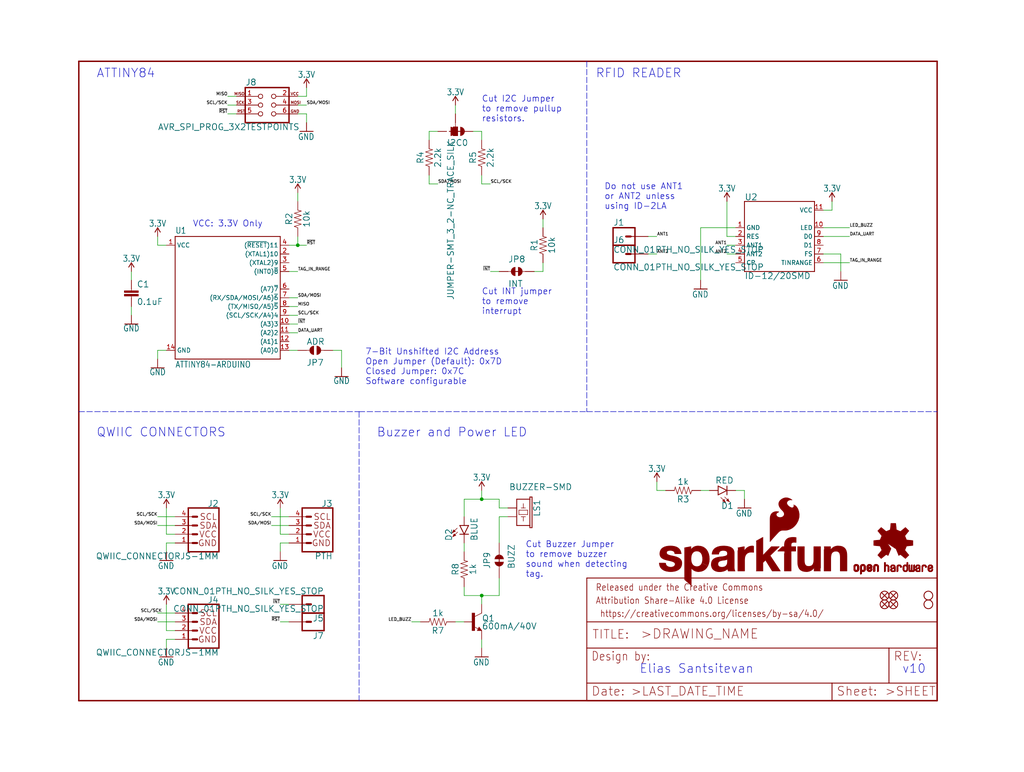
<source format=kicad_sch>
(kicad_sch (version 20211123) (generator eeschema)
  (paper "User" 297.002 223.926)
  (lib_symbols
    (symbol "schematicEagle-eagle-import:0.1UF-0603-25V-(+80{slash}-20%)"
      (property "Reference" "C" (at 1.524 2.921 0))
      (property "Value" "0.1UF-0603-25V-(+80{slash}-20%)" (at 1.524 -2.159 0))
      (symbol "0.1UF-0603-25V-(+80{slash}-20%)_1_0"
        (pin passive line (at 0 5.08 270) (length 2.54) (name "1") (number "1"))
        (pin passive line (at 0 -2.54 90) (length 2.54) (name "2") (number "2"))
      )
    )
    (symbol "schematicEagle-eagle-import:10KOHM-0603-1{slash}10W-1%"
      (property "Reference" "R" (at 0 1.524 0))
      (property "Value" "10KOHM-0603-1{slash}10W-1%" (at 0 -1.524 0))
      (symbol "10KOHM-0603-1{slash}10W-1%_1_0"
        (pin passive line (at -5.08 0 0) (length 2.54) (name "1") (number "1"))
        (pin passive line (at 5.08 0 180) (length 2.54) (name "2") (number "2"))
      )
    )
    (symbol "schematicEagle-eagle-import:1KOHM-0603-1{slash}10W-1%"
      (property "Reference" "R" (at 0 1.524 0))
      (property "Value" "1KOHM-0603-1{slash}10W-1%" (at 0 -1.524 0))
      (symbol "1KOHM-0603-1{slash}10W-1%_1_0"
        (pin passive line (at -5.08 0 0) (length 2.54) (name "1") (number "1"))
        (pin passive line (at 5.08 0 180) (length 2.54) (name "2") (number "2"))
      )
    )
    (symbol "schematicEagle-eagle-import:2.2KOHM-0603-1{slash}10W-1%"
      (property "Reference" "R" (at 0 1.524 0))
      (property "Value" "2.2KOHM-0603-1{slash}10W-1%" (at 0 -1.524 0))
      (symbol "2.2KOHM-0603-1{slash}10W-1%_1_0"
        (pin passive line (at -5.08 0 0) (length 2.54) (name "1") (number "1"))
        (pin passive line (at 5.08 0 180) (length 2.54) (name "2") (number "2"))
      )
    )
    (symbol "schematicEagle-eagle-import:3.3V" (power)
      (property "Value" "3.3V" (at 0 2.794 0))
      (symbol "3.3V_1_0"
        (pin power_in line (at 0 0 90) (length 2.54) (name "3.3V") (number "1"))
      )
    )
    (symbol "schematicEagle-eagle-import:ATTINY84-ARDUINO"
      (property "Reference" "U" (at -15.24 18.542 0))
      (property "Value" "ATTINY84-ARDUINO" (at -15.24 -20.32 0))
      (symbol "ATTINY84-ARDUINO_1_0"
        (pin bidirectional line (at -17.78 15.24 0) (length 2.54) (name "VCC") (number "1"))
        (pin bidirectional line (at 17.78 -7.62 180) (length 2.54) (name "(A3)3") (number "10"))
        (pin bidirectional line (at 17.78 -10.16 180) (length 2.54) (name "(A2)2") (number "11"))
        (pin bidirectional line (at 17.78 -12.7 180) (length 2.54) (name "(A1)1") (number "12"))
        (pin bidirectional line (at 17.78 -15.24 180) (length 2.54) (name "(A0)0") (number "13"))
        (pin bidirectional line (at -17.78 -15.24 0) (length 2.54) (name "GND") (number "14"))
        (pin bidirectional line (at 17.78 12.7 180) (length 2.54) (name "(XTAL1)10") (number "2"))
        (pin bidirectional line (at 17.78 10.16 180) (length 2.54) (name "(XTAL2)9") (number "3"))
        (pin bidirectional line (at 17.78 15.24 180) (length 2.54) (name "(~{RESET})11") (number "4"))
        (pin bidirectional line (at 17.78 7.62 180) (length 2.54) (name "(INT0)~{8}") (number "5"))
        (pin bidirectional line (at 17.78 2.54 180) (length 2.54) (name "(A7)~{7}") (number "6"))
        (pin bidirectional line (at 17.78 0 180) (length 2.54) (name "(RX/SDA/MOSI/A6)~{6}") (number "7"))
        (pin bidirectional line (at 17.78 -2.54 180) (length 2.54) (name "(TX/MISO/A5)~{5}") (number "8"))
        (pin bidirectional line (at 17.78 -5.08 180) (length 2.54) (name "(SCL/SCK/A4)4") (number "9"))
      )
    )
    (symbol "schematicEagle-eagle-import:AVR_SPI_PROG_3X2TESTPOINTS"
      (property "Reference" "J" (at -5.08 5.588 0))
      (property "Value" "AVR_SPI_PROG_3X2TESTPOINTS" (at -5.08 -7.366 0))
      (symbol "AVR_SPI_PROG_3X2TESTPOINTS_1_0"
        (text "GND" (at 8.001 -2.286 0) (effects (font (size 0.8128 0.8128)) (justify left bottom)))
        (text "MISO" (at -5.207 2.794 0) (effects (font (size 0.8128 0.8128)) (justify right bottom)))
        (text "MOSI" (at 8.001 0.254 0) (effects (font (size 0.8128 0.8128)) (justify left bottom)))
        (text "RST" (at -5.08 -2.286 0) (effects (font (size 0.8128 0.8128)) (justify right bottom)))
        (text "SCK" (at -5.207 0.254 0) (effects (font (size 0.8128 0.8128)) (justify right bottom)))
        (text "VCC" (at 8.001 2.794 0) (effects (font (size 0.8128 0.8128)) (justify left bottom)))
        (pin passive inverted (at -7.62 2.54 0) (length 7.62) (name "1") (number "1"))
        (pin passive inverted (at 10.16 2.54 180) (length 7.62) (name "2") (number "2"))
        (pin passive inverted (at -7.62 0 0) (length 7.62) (name "3") (number "3"))
        (pin passive inverted (at 10.16 0 180) (length 7.62) (name "4") (number "4"))
        (pin passive inverted (at -7.62 -2.54 0) (length 7.62) (name "5") (number "5"))
        (pin passive inverted (at 10.16 -2.54 180) (length 7.62) (name "6") (number "6"))
      )
    )
    (symbol "schematicEagle-eagle-import:BUZZER-SMD"
      (property "Reference" "LS" (at -2.54 4.826 0))
      (property "Value" "BUZZER-SMD" (at 5.334 0 0))
      (symbol "BUZZER-SMD_1_0"
        (pin passive line (at 0 -2.54 90) (length 2.54) (name "1") (number "+"))
        (pin passive line (at 2.54 -2.54 90) (length 2.54) (name "2") (number "-"))
      )
    )
    (symbol "schematicEagle-eagle-import:CONN_01PTH_NO_SILK_YES_STOP"
      (property "Reference" "J" (at -2.54 3.048 0))
      (property "Value" "CONN_01PTH_NO_SILK_YES_STOP" (at -2.54 -4.826 0))
      (symbol "CONN_01PTH_NO_SILK_YES_STOP_1_0"
        (pin passive line (at 7.62 0 180) (length 5.08) (name "1") (number "1"))
      )
    )
    (symbol "schematicEagle-eagle-import:FIDUCIALUFIDUCIAL")
    (symbol "schematicEagle-eagle-import:FRAME-LETTER"
      (symbol "FRAME-LETTER_2_0"
        (text " https://creativecommons.org/licenses/by-sa/4.0/" (at 2.54 24.13 0) (effects (font (size 1.9304 1.6408)) (justify left bottom)))
        (text ">DRAWING_NAME" (at 15.494 17.78 0) (effects (font (size 2.7432 2.7432)) (justify left bottom)))
        (text ">LAST_DATE_TIME" (at 12.7 1.27 0) (effects (font (size 2.54 2.54)) (justify left bottom)))
        (text ">SHEET" (at 86.36 1.27 0) (effects (font (size 2.54 2.54)) (justify left bottom)))
        (text "Attribution Share-Alike 4.0 License" (at 2.54 27.94 0) (effects (font (size 1.9304 1.6408)) (justify left bottom)))
        (text "Date:" (at 1.27 1.27 0) (effects (font (size 2.54 2.54)) (justify left bottom)))
        (text "Design by:" (at 1.27 11.43 0) (effects (font (size 2.54 2.159)) (justify left bottom)))
        (text "Released under the Creative Commons" (at 2.54 31.75 0) (effects (font (size 1.9304 1.6408)) (justify left bottom)))
        (text "REV:" (at 88.9 11.43 0) (effects (font (size 2.54 2.54)) (justify left bottom)))
        (text "Sheet:" (at 72.39 1.27 0) (effects (font (size 2.54 2.54)) (justify left bottom)))
        (text "TITLE:" (at 1.524 17.78 0) (effects (font (size 2.54 2.54)) (justify left bottom)))
      )
    )
    (symbol "schematicEagle-eagle-import:GND" (power)
      (property "Value" "GND" (at 0 -0.254 0))
      (symbol "GND_1_0"
        (pin power_in line (at 0 2.54 270) (length 2.54) (name "GND") (number "1"))
      )
    )
    (symbol "schematicEagle-eagle-import:I2C_STANDARD_NO_SILK"
      (property "Reference" "J" (at -5.08 7.874 0))
      (property "Value" "I2C_STANDARD_NO_SILK" (at -5.08 -5.334 0))
      (symbol "I2C_STANDARD_NO_SILK_1_0"
        (text "GND" (at -4.572 -2.54 0) (effects (font (size 1.778 1.778)) (justify left)))
        (text "SCL" (at -4.572 5.08 0) (effects (font (size 1.778 1.778)) (justify left)))
        (text "SDA" (at -4.572 2.54 0) (effects (font (size 1.778 1.778)) (justify left)))
        (text "VCC" (at -4.572 0 0) (effects (font (size 1.778 1.778)) (justify left)))
        (pin power_in line (at 7.62 -2.54 180) (length 5.08) (name "GND") (number "1"))
        (pin power_in line (at 7.62 0 180) (length 5.08) (name "VCC") (number "2"))
        (pin passive line (at 7.62 2.54 180) (length 5.08) (name "SDA") (number "3"))
        (pin passive line (at 7.62 5.08 180) (length 5.08) (name "SCL") (number "4"))
      )
    )
    (symbol "schematicEagle-eagle-import:ID-12{slash}20SMD"
      (property "Reference" "U" (at -10.16 10.414 0))
      (property "Value" "ID-12{slash}20SMD" (at -10.16 -10.414 0))
      (symbol "ID-12{slash}20SMD_1_0"
        (pin bidirectional line (at -12.7 2.54 0) (length 2.54) (name "GND") (number "1"))
        (pin bidirectional line (at 12.7 2.54 180) (length 2.54) (name "LED") (number "10"))
        (pin bidirectional line (at 12.7 7.62 180) (length 2.54) (name "VCC") (number "11"))
        (pin bidirectional line (at -12.7 0 0) (length 2.54) (name "RES") (number "2"))
        (pin bidirectional line (at -12.7 -2.54 0) (length 2.54) (name "ANT1") (number "3"))
        (pin bidirectional line (at -12.7 -5.08 0) (length 2.54) (name "ANT2") (number "4"))
        (pin bidirectional line (at -12.7 -7.62 0) (length 2.54) (name "CP") (number "5"))
        (pin bidirectional line (at 12.7 -7.62 180) (length 2.54) (name "TINRANGE") (number "6"))
        (pin bidirectional line (at 12.7 -5.08 180) (length 2.54) (name "FS") (number "7"))
        (pin bidirectional line (at 12.7 -2.54 180) (length 2.54) (name "D1") (number "8"))
        (pin bidirectional line (at 12.7 0 180) (length 2.54) (name "D0") (number "9"))
      )
    )
    (symbol "schematicEagle-eagle-import:JUMPER-SMT_2_NC_TRACE_SILK"
      (property "Reference" "JP" (at -2.54 2.54 0))
      (property "Value" "JUMPER-SMT_2_NC_TRACE_SILK" (at -2.54 -2.54 0))
      (symbol "JUMPER-SMT_2_NC_TRACE_SILK_1_0"
        (pin passive line (at -5.08 0 0) (length 2.54) (name "1") (number "1"))
        (pin passive line (at 5.08 0 180) (length 2.54) (name "2") (number "2"))
      )
    )
    (symbol "schematicEagle-eagle-import:JUMPER-SMT_2_NO_SILK"
      (property "Reference" "JP" (at -2.54 2.54 0))
      (property "Value" "JUMPER-SMT_2_NO_SILK" (at -2.54 -2.54 0))
      (symbol "JUMPER-SMT_2_NO_SILK_1_0"
        (pin passive line (at -5.08 0 0) (length 2.54) (name "1") (number "1"))
        (pin passive line (at 5.08 0 180) (length 2.54) (name "2") (number "2"))
      )
    )
    (symbol "schematicEagle-eagle-import:JUMPER-SMT_3_2-NC_TRACE_SILK"
      (property "Reference" "JP" (at 2.54 0.381 0))
      (property "Value" "JUMPER-SMT_3_2-NC_TRACE_SILK" (at 2.54 -0.381 0))
      (symbol "JUMPER-SMT_3_2-NC_TRACE_SILK_1_0"
        (pin passive line (at 0 5.08 270) (length 2.54) (name "1") (number "1"))
        (pin passive line (at -5.08 0 0) (length 2.54) (name "2") (number "2"))
        (pin passive line (at 0 -5.08 90) (length 2.54) (name "3") (number "3"))
      )
    )
    (symbol "schematicEagle-eagle-import:LED-BLUE0603"
      (property "Reference" "D" (at -3.429 -4.572 90))
      (property "Value" "LED-BLUE0603" (at 1.905 -4.572 90))
      (symbol "LED-BLUE0603_1_0"
        (pin passive line (at 0 2.54 270) (length 2.54) (name "A") (number "A"))
        (pin passive line (at 0 -5.08 90) (length 2.54) (name "C") (number "C"))
      )
    )
    (symbol "schematicEagle-eagle-import:LED-RED0603"
      (property "Reference" "D" (at -3.429 -4.572 90))
      (property "Value" "LED-RED0603" (at 1.905 -4.572 90))
      (symbol "LED-RED0603_1_0"
        (pin passive line (at 0 2.54 270) (length 2.54) (name "A") (number "A"))
        (pin passive line (at 0 -5.08 90) (length 2.54) (name "C") (number "C"))
      )
    )
    (symbol "schematicEagle-eagle-import:OSHW-LOGOMINI")
    (symbol "schematicEagle-eagle-import:QWIIC_CONNECTORJS-1MM"
      (property "Reference" "J" (at -5.08 7.874 0))
      (property "Value" "QWIIC_CONNECTORJS-1MM" (at -5.08 -5.334 0))
      (symbol "QWIIC_CONNECTORJS-1MM_1_0"
        (text "GND" (at -4.572 -2.54 0) (effects (font (size 1.778 1.778)) (justify left)))
        (text "SCL" (at -4.572 5.08 0) (effects (font (size 1.778 1.778)) (justify left)))
        (text "SDA" (at -4.572 2.54 0) (effects (font (size 1.778 1.778)) (justify left)))
        (text "VCC" (at -4.572 0 0) (effects (font (size 1.778 1.778)) (justify left)))
        (pin power_in line (at 7.62 -2.54 180) (length 5.08) (name "1") (number "1"))
        (pin power_in line (at 7.62 0 180) (length 5.08) (name "2") (number "2"))
        (pin passive line (at 7.62 2.54 180) (length 5.08) (name "3") (number "3"))
        (pin passive line (at 7.62 5.08 180) (length 5.08) (name "4") (number "4"))
      )
    )
    (symbol "schematicEagle-eagle-import:SFE_LOGO_NAME_FLAME.1_INCH")
    (symbol "schematicEagle-eagle-import:STAND-OFF")
    (symbol "schematicEagle-eagle-import:TRANS_NPN-MMBT2222AL"
      (property "Reference" "Q" (at 2.54 0 0))
      (property "Value" "TRANS_NPN-MMBT2222AL" (at 2.54 -2.286 0))
      (symbol "TRANS_NPN-MMBT2222AL_1_0"
        (pin passive line (at -2.54 0 0) (length 2.54) (name "B") (number "1"))
        (pin passive line (at 2.54 -5.08 90) (length 2.54) (name "E") (number "2"))
        (pin passive line (at 2.54 5.08 270) (length 2.54) (name "C") (number "3"))
      )
    )
  )
  (junction (at 86.36 71.12))
  (junction (at 139.7 172.72))
  (junction (at 139.7 144.78))
  (wire (pts (xy 50.8 157.48) (xy 48.26 157.48)))
  (wire (pts (xy 139.7 53.34) (xy 139.7 50.8)))
  (wire (pts (xy 88.9 71.12) (xy 86.36 71.12)))
  (wire (pts (xy 134.62 170.18) (xy 134.62 172.72)))
  (wire (pts (xy 86.36 30.48) (xy 88.9 30.48)))
  (wire (pts (xy 83.82 93.98) (xy 86.36 93.98)))
  (polyline (pts (xy 104.14 119.38) (xy 104.14 203.2)))
  (wire (pts (xy 86.36 27.94) (xy 88.9 27.94)))
  (wire (pts (xy 144.78 78.74) (xy 142.24 78.74)))
  (wire (pts (xy 243.84 73.66) (xy 243.84 78.74)))
  (polyline (pts (xy 104.14 119.38) (xy 170.18 119.38)))
  (wire (pts (xy 86.36 71.12) (xy 83.82 71.12)))
  (wire (pts (xy 38.1 78.74) (xy 38.1 81.28)))
  (wire (pts (xy 213.36 68.58) (xy 210.82 68.58)))
  (wire (pts (xy 215.9 142.24) (xy 215.9 144.78)))
  (wire (pts (xy 139.7 53.34) (xy 142.24 53.34)))
  (wire (pts (xy 203.2 66.04) (xy 203.2 81.28)))
  (wire (pts (xy 86.36 58.42) (xy 86.36 55.88)))
  (wire (pts (xy 134.62 157.48) (xy 134.62 160.02)))
  (wire (pts (xy 48.26 157.48) (xy 48.26 160.02)))
  (wire (pts (xy 154.94 78.74) (xy 157.48 78.74)))
  (wire (pts (xy 213.36 142.24) (xy 215.9 142.24)))
  (wire (pts (xy 139.7 172.72) (xy 144.78 172.72)))
  (wire (pts (xy 48.26 185.42) (xy 48.26 187.96)))
  (wire (pts (xy 187.96 68.58) (xy 190.5 68.58)))
  (wire (pts (xy 83.82 96.52) (xy 86.36 96.52)))
  (wire (pts (xy 121.92 180.34) (xy 119.38 180.34)))
  (wire (pts (xy 238.76 60.96) (xy 241.3 60.96)))
  (wire (pts (xy 48.26 71.12) (xy 45.72 71.12)))
  (wire (pts (xy 50.8 182.88) (xy 48.26 182.88)))
  (wire (pts (xy 88.9 27.94) (xy 88.9 25.4)))
  (wire (pts (xy 48.26 182.88) (xy 48.26 175.26)))
  (wire (pts (xy 68.58 30.48) (xy 66.04 30.48)))
  (wire (pts (xy 88.9 33.02) (xy 88.9 35.56)))
  (wire (pts (xy 86.36 68.58) (xy 86.36 71.12)))
  (wire (pts (xy 81.28 180.34) (xy 83.82 180.34)))
  (wire (pts (xy 81.28 154.94) (xy 81.28 147.32)))
  (wire (pts (xy 83.82 78.74) (xy 86.36 78.74)))
  (wire (pts (xy 144.78 157.48) (xy 144.78 149.86)))
  (wire (pts (xy 99.06 101.6) (xy 99.06 106.68)))
  (wire (pts (xy 213.36 71.12) (xy 210.82 71.12)))
  (wire (pts (xy 213.36 66.04) (xy 203.2 66.04)))
  (wire (pts (xy 132.08 30.48) (xy 132.08 33.02)))
  (wire (pts (xy 193.04 142.24) (xy 190.5 142.24)))
  (wire (pts (xy 50.8 180.34) (xy 45.72 180.34)))
  (wire (pts (xy 83.82 88.9) (xy 86.36 88.9)))
  (wire (pts (xy 45.72 71.12) (xy 45.72 68.58)))
  (wire (pts (xy 205.74 142.24) (xy 203.2 142.24)))
  (wire (pts (xy 238.76 76.2) (xy 246.38 76.2)))
  (wire (pts (xy 139.7 187.96) (xy 139.7 185.42)))
  (wire (pts (xy 38.1 91.44) (xy 38.1 88.9)))
  (wire (pts (xy 144.78 147.32) (xy 144.78 144.78)))
  (wire (pts (xy 124.46 38.1) (xy 127 38.1)))
  (wire (pts (xy 48.26 154.94) (xy 48.26 147.32)))
  (wire (pts (xy 50.8 152.4) (xy 45.72 152.4)))
  (wire (pts (xy 139.7 144.78) (xy 134.62 144.78)))
  (wire (pts (xy 50.8 177.8) (xy 45.72 177.8)))
  (wire (pts (xy 83.82 175.26) (xy 81.28 175.26)))
  (wire (pts (xy 86.36 33.02) (xy 88.9 33.02)))
  (wire (pts (xy 238.76 73.66) (xy 243.84 73.66)))
  (wire (pts (xy 68.58 33.02) (xy 66.04 33.02)))
  (wire (pts (xy 134.62 172.72) (xy 139.7 172.72)))
  (wire (pts (xy 134.62 144.78) (xy 134.62 149.86)))
  (wire (pts (xy 50.8 154.94) (xy 48.26 154.94)))
  (wire (pts (xy 238.76 66.04) (xy 246.38 66.04)))
  (wire (pts (xy 144.78 172.72) (xy 144.78 167.64)))
  (wire (pts (xy 83.82 86.36) (xy 86.36 86.36)))
  (wire (pts (xy 83.82 101.6) (xy 86.36 101.6)))
  (polyline (pts (xy 170.18 119.38) (xy 271.78 119.38)))
  (wire (pts (xy 144.78 144.78) (xy 139.7 144.78)))
  (polyline (pts (xy 170.18 17.78) (xy 170.18 119.38)))
  (wire (pts (xy 210.82 68.58) (xy 210.82 58.42)))
  (wire (pts (xy 45.72 101.6) (xy 45.72 104.14)))
  (wire (pts (xy 238.76 68.58) (xy 246.38 68.58)))
  (polyline (pts (xy 22.86 119.38) (xy 104.14 119.38)))
  (wire (pts (xy 50.8 185.42) (xy 48.26 185.42)))
  (wire (pts (xy 124.46 40.64) (xy 124.46 38.1)))
  (wire (pts (xy 144.78 149.86) (xy 147.32 149.86)))
  (wire (pts (xy 68.58 27.94) (xy 66.04 27.94)))
  (wire (pts (xy 139.7 40.64) (xy 139.7 38.1)))
  (wire (pts (xy 83.82 91.44) (xy 86.36 91.44)))
  (wire (pts (xy 83.82 149.86) (xy 78.74 149.86)))
  (wire (pts (xy 48.26 101.6) (xy 45.72 101.6)))
  (wire (pts (xy 132.08 180.34) (xy 134.62 180.34)))
  (wire (pts (xy 213.36 73.66) (xy 210.82 73.66)))
  (wire (pts (xy 187.96 73.66) (xy 190.5 73.66)))
  (wire (pts (xy 139.7 175.26) (xy 139.7 172.72)))
  (wire (pts (xy 190.5 142.24) (xy 190.5 139.7)))
  (wire (pts (xy 96.52 101.6) (xy 99.06 101.6)))
  (wire (pts (xy 147.32 147.32) (xy 144.78 147.32)))
  (wire (pts (xy 124.46 53.34) (xy 127 53.34)))
  (wire (pts (xy 157.48 78.74) (xy 157.48 76.2)))
  (wire (pts (xy 50.8 149.86) (xy 45.72 149.86)))
  (wire (pts (xy 157.48 66.04) (xy 157.48 63.5)))
  (wire (pts (xy 81.28 157.48) (xy 81.28 160.02)))
  (wire (pts (xy 83.82 154.94) (xy 81.28 154.94)))
  (wire (pts (xy 139.7 142.24) (xy 139.7 144.78)))
  (wire (pts (xy 83.82 157.48) (xy 81.28 157.48)))
  (wire (pts (xy 139.7 38.1) (xy 137.16 38.1)))
  (wire (pts (xy 241.3 60.96) (xy 241.3 58.42)))
  (wire (pts (xy 83.82 152.4) (xy 78.74 152.4)))
  (wire (pts (xy 124.46 53.34) (xy 124.46 50.8)))
  (text "Do not use ANT1\nor ANT2 unless\nusing ID-2LA" (at 175.26 60.96 180) (effects (font (size 1.778 1.778)) (justify left bottom)))
  (text "Cut Buzzer Jumper\nto remove buzzer\nsound when detecting\ntag." (at 152.4 167.64 0) (effects (font (size 1.778 1.778)) (justify left bottom)))
  (text "QWIIC CONNECTORS" (at 27.94 127 180) (effects (font (size 2.54 2.54)) (justify left bottom)))
  (text "7-Bit Unshifted I2C Address\nOpen Jumper (Default): 0x7D\nClosed Jumper: 0x7C\nSoftware configurable" (at 105.918 111.76 0) (effects (font (size 1.778 1.778)) (justify left bottom)))
  (text "v10" (at 261.62 195.58 180) (effects (font (size 2.54 2.54)) (justify left bottom)))
  (text "Cut INT jumper\nto remove\ninterrupt" (at 139.7 91.44 180) (effects (font (size 1.778 1.778)) (justify left bottom)))
  (text "Buzzer and Power LED" (at 109.22 127 180) (effects (font (size 2.54 2.54)) (justify left bottom)))
  (text "Elias Santsitevan" (at 185.42 195.58 180) (effects (font (size 2.54 2.54)) (justify left bottom)))
  (text "ATTINY84" (at 27.94 22.86 180) (effects (font (size 2.54 2.54)) (justify left bottom)))
  (text "Cut I2C Jumper\nto remove pullup\nresistors." (at 139.7 35.56 180) (effects (font (size 1.778 1.778)) (justify left bottom)))
  (text "VCC: 3.3V Only" (at 55.88 66.04 180) (effects (font (size 1.778 1.778)) (justify left bottom)))
  (text "RFID READER" (at 172.72 22.86 180) (effects (font (size 2.54 2.54)) (justify left bottom)))
  (label "SDA/MOSI" (at 127 53.34 0) (effects (font (size 0.889 0.889))))
  (label "ANT2" (at 210.82 73.66 180) (effects (font (size 0.889 0.889))))
  (label "SCL/SCK" (at 142.24 53.34 0) (effects (font (size 0.889 0.889))))
  (label "MISO" (at 66.04 27.94 180) (effects (font (size 0.889 0.889))))
  (label "SDA/MOSI" (at 78.74 152.4 180) (effects (font (size 0.889 0.889))))
  (label "SCL/SCK" (at 78.74 149.86 180) (effects (font (size 0.889 0.889))))
  (label "LED_BUZZ" (at 119.38 180.34 180) (effects (font (size 0.889 0.889))))
  (label "SDA/MOSI" (at 45.72 152.4 180) (effects (font (size 0.889 0.889))))
  (label "TAG_IN_RANGE" (at 86.36 78.74 0) (effects (font (size 0.889 0.889))))
  (label "ANT2" (at 190.5 73.66 0) (effects (font (size 0.889 0.889))))
  (label "MISO" (at 86.36 88.9 0) (effects (font (size 0.889 0.889))))
  (label "~{INT}" (at 81.28 175.26 180) (effects (font (size 0.889 0.889))))
  (label "~{RST}" (at 88.9 71.12 0) (effects (font (size 0.889 0.889))))
  (label "SCL/SCK" (at 45.72 149.86 180) (effects (font (size 0.889 0.889))))
  (label "SDA/MOSI" (at 88.9 30.48 0) (effects (font (size 0.889 0.889))))
  (label "SCL/SCK" (at 46.99 177.8 180) (effects (font (size 0.889 0.889))))
  (label "~{RST}" (at 81.28 180.34 180) (effects (font (size 0.889 0.889))))
  (label "SDA/MOSI" (at 45.72 180.34 180) (effects (font (size 0.889 0.889))))
  (label "~{RST}" (at 66.04 33.02 180) (effects (font (size 0.889 0.889))))
  (label "TAG_IN_RANGE" (at 246.38 76.2 0) (effects (font (size 0.889 0.889))))
  (label "~{INT}" (at 86.36 93.98 0) (effects (font (size 0.889 0.889))))
  (label "DATA_UART" (at 246.38 68.58 0) (effects (font (size 0.889 0.889))))
  (label "SCL/SCK" (at 86.36 91.44 0) (effects (font (size 0.889 0.889))))
  (label "SDA/MOSI" (at 86.36 86.36 0) (effects (font (size 0.889 0.889))))
  (label "SCL/SCK" (at 66.04 30.48 180) (effects (font (size 0.889 0.889))))
  (label "ANT1" (at 190.5 68.58 0) (effects (font (size 0.889 0.889))))
  (label "ANT1" (at 210.82 71.12 180) (effects (font (size 0.889 0.889))))
  (label "LED_BUZZ" (at 246.38 66.04 0) (effects (font (size 0.889 0.889))))
  (label "DATA_UART" (at 86.36 96.52 0) (effects (font (size 0.889 0.889))))
  (label "~{INT}" (at 142.24 78.74 180) (effects (font (size 0.889 0.889))))
  (symbol (lib_id "schematicEagle-eagle-import:FIDUCIALUFIDUCIAL") (at 259.08 172.72 0) (unit 1)
    (property "Reference" "JP6" (effects hide))
    (property "Value" "FIDUCIALUFIDUCIAL" (effects hide))
    (property "Footprint" "schematicEagle:MICRO-FIDUCIAL" (effects hide))
  )
  (symbol (lib_id "schematicEagle-eagle-import:3.3V") (at 210.82 58.42 0) (unit 1)
    (property "Reference" "#SUPPLY11" (effects hide))
    (property "Value" "3.3V" (at 210.82 55.626 0) (effects (font (size 1.778 1.5113)) (justify bottom)))
    (property "Footprint" "schematicEagle:" (effects hide))
  )
  (symbol (lib_id "schematicEagle-eagle-import:3.3V") (at 38.1 78.74 0) (unit 1)
    (property "Reference" "#SUPPLY13" (effects hide))
    (property "Value" "3.3V" (at 38.1 75.946 0) (effects (font (size 1.778 1.5113)) (justify bottom)))
    (property "Footprint" "schematicEagle:" (effects hide))
  )
  (symbol (lib_id "schematicEagle-eagle-import:3.3V") (at 48.26 175.26 0) (unit 1)
    (property "Reference" "#SUPPLY8" (effects hide))
    (property "Value" "3.3V" (at 48.26 172.466 0) (effects (font (size 1.778 1.5113)) (justify bottom)))
    (property "Footprint" "schematicEagle:" (effects hide))
  )
  (symbol (lib_id "schematicEagle-eagle-import:JUMPER-SMT_2_NC_TRACE_SILK") (at 149.86 78.74 0) (unit 1)
    (property "Reference" "JP8" (at 147.32 76.2 0) (effects (font (size 1.778 1.778)) (justify left bottom)))
    (property "Value" "INT" (at 147.32 81.28 0) (effects (font (size 1.778 1.778)) (justify left top)))
    (property "Footprint" "schematicEagle:SMT-JUMPER_2_NC_TRACE_SILK" (effects hide))
  )
  (symbol (lib_id "schematicEagle-eagle-import:3.3V") (at 48.26 147.32 0) (unit 1)
    (property "Reference" "#SUPPLY4" (effects hide))
    (property "Value" "3.3V" (at 48.26 144.526 0) (effects (font (size 1.778 1.5113)) (justify bottom)))
    (property "Footprint" "schematicEagle:" (effects hide))
  )
  (symbol (lib_id "schematicEagle-eagle-import:AVR_SPI_PROG_3X2TESTPOINTS") (at 76.2 30.48 0) (unit 1)
    (property "Reference" "J8" (at 71.12 24.892 0) (effects (font (size 1.778 1.778)) (justify left bottom)))
    (property "Value" "AVR_SPI_PROG_3X2TESTPOINTS" (at 45.72 37.846 0) (effects (font (size 1.778 1.778)) (justify left bottom)))
    (property "Footprint" "schematicEagle:2X3_TEST_POINTS" (effects hide))
  )
  (symbol (lib_id "schematicEagle-eagle-import:3.3V") (at 86.36 55.88 0) (unit 1)
    (property "Reference" "#SUPPLY3" (effects hide))
    (property "Value" "3.3V" (at 86.36 53.086 0) (effects (font (size 1.778 1.5113)) (justify bottom)))
    (property "Footprint" "schematicEagle:" (effects hide))
  )
  (symbol (lib_id "schematicEagle-eagle-import:GND") (at 243.84 81.28 0) (unit 1)
    (property "Reference" "#GND10" (effects hide))
    (property "Value" "GND" (at 241.3 83.82 0) (effects (font (size 1.778 1.5113)) (justify left bottom)))
    (property "Footprint" "schematicEagle:" (effects hide))
  )
  (symbol (lib_id "schematicEagle-eagle-import:OSHW-LOGOMINI") (at 259.08 157.48 0) (unit 1)
    (property "Reference" "LOGO1" (effects hide))
    (property "Value" "OSHW-LOGOMINI" (effects hide))
    (property "Footprint" "schematicEagle:OSHW-LOGO-MINI" (effects hide))
  )
  (symbol (lib_id "schematicEagle-eagle-import:FRAME-LETTER") (at 170.18 203.2 0) (unit 2)
    (property "Reference" "FRAME1" (effects hide))
    (property "Value" "FRAME-LETTER" (effects hide))
    (property "Footprint" "schematicEagle:CREATIVE_COMMONS" (effects hide))
  )
  (symbol (lib_id "schematicEagle-eagle-import:LED-BLUE0603") (at 134.62 152.4 0) (unit 1)
    (property "Reference" "D2" (at 131.191 156.972 90) (effects (font (size 1.778 1.778)) (justify left bottom)))
    (property "Value" "BLUE" (at 136.525 156.972 90) (effects (font (size 1.778 1.778)) (justify left top)))
    (property "Footprint" "schematicEagle:LED-0603" (effects hide))
  )
  (symbol (lib_id "schematicEagle-eagle-import:STAND-OFF") (at 269.24 175.26 0) (unit 1)
    (property "Reference" "JP4" (effects hide))
    (property "Value" "STAND-OFF" (effects hide))
    (property "Footprint" "schematicEagle:STAND-OFF" (effects hide))
  )
  (symbol (lib_id "schematicEagle-eagle-import:QWIIC_CONNECTORJS-1MM") (at 58.42 154.94 0) (mirror y) (unit 1)
    (property "Reference" "J2" (at 63.5 147.066 0) (effects (font (size 1.778 1.778)) (justify left bottom)))
    (property "Value" "QWIIC_CONNECTORJS-1MM" (at 63.5 160.274 0) (effects (font (size 1.778 1.778)) (justify left top)))
    (property "Footprint" "schematicEagle:1X04_1MM_RA" (effects hide))
  )
  (symbol (lib_id "schematicEagle-eagle-import:3.3V") (at 190.5 139.7 0) (unit 1)
    (property "Reference" "#SUPPLY10" (effects hide))
    (property "Value" "3.3V" (at 190.5 136.906 0) (effects (font (size 1.778 1.5113)) (justify bottom)))
    (property "Footprint" "schematicEagle:" (effects hide))
  )
  (symbol (lib_id "schematicEagle-eagle-import:GND") (at 38.1 93.98 0) (unit 1)
    (property "Reference" "#GND11" (effects hide))
    (property "Value" "GND" (at 38.1 94.234 0) (effects (font (size 1.778 1.5113)) (justify top)))
    (property "Footprint" "schematicEagle:" (effects hide))
  )
  (symbol (lib_id "schematicEagle-eagle-import:I2C_STANDARD_NO_SILK") (at 91.44 154.94 0) (mirror y) (unit 1)
    (property "Reference" "J3" (at 96.52 147.066 0) (effects (font (size 1.778 1.778)) (justify left bottom)))
    (property "Value" "PTH" (at 96.52 160.274 0) (effects (font (size 1.778 1.778)) (justify left top)))
    (property "Footprint" "schematicEagle:1X04_NO_SILK" (effects hide))
  )
  (symbol (lib_id "schematicEagle-eagle-import:10KOHM-0603-1{slash}10W-1%") (at 157.48 71.12 90) (unit 1)
    (property "Reference" "R1" (at 155.956 71.12 0) (effects (font (size 1.778 1.778)) (justify bottom)))
    (property "Value" "10k" (at 159.004 71.12 0) (effects (font (size 1.778 1.778)) (justify top)))
    (property "Footprint" "schematicEagle:0603" (effects hide))
  )
  (symbol (lib_id "schematicEagle-eagle-import:JUMPER-SMT_3_2-NC_TRACE_SILK") (at 132.08 38.1 270) (unit 1)
    (property "Reference" "I2C0" (at 129.54 42.418 90) (effects (font (size 1.778 1.778)) (justify left bottom)))
    (property "Value" "JUMPER-SMT_3_2-NC_TRACE_SILK" (at 131.699 40.64 0) (effects (font (size 1.778 1.778)) (justify left top)))
    (property "Footprint" "schematicEagle:SMT-JUMPER_3_2-NC_TRACE_SILK" (effects hide))
  )
  (symbol (lib_id "schematicEagle-eagle-import:FRAME-LETTER") (at 22.86 203.2 0) (unit 1)
    (property "Reference" "FRAME1" (effects hide))
    (property "Value" "FRAME-LETTER" (effects hide))
    (property "Footprint" "schematicEagle:CREATIVE_COMMONS" (effects hide))
  )
  (symbol (lib_id "schematicEagle-eagle-import:1KOHM-0603-1{slash}10W-1%") (at 134.62 165.1 90) (unit 1)
    (property "Reference" "R8" (at 133.096 165.1 0) (effects (font (size 1.778 1.778)) (justify bottom)))
    (property "Value" "1k" (at 136.144 165.1 0) (effects (font (size 1.778 1.778)) (justify top)))
    (property "Footprint" "schematicEagle:0603" (effects hide))
  )
  (symbol (lib_id "schematicEagle-eagle-import:CONN_01PTH_NO_SILK_YES_STOP") (at 180.34 68.58 0) (unit 1)
    (property "Reference" "J1" (at 177.8 65.532 0) (effects (font (size 1.778 1.778)) (justify left bottom)))
    (property "Value" "CONN_01PTH_NO_SILK_YES_STOP" (at 177.8 73.406 0) (effects (font (size 1.778 1.778)) (justify left bottom)))
    (property "Footprint" "schematicEagle:1X01_NO_SILK" (effects hide))
  )
  (symbol (lib_id "schematicEagle-eagle-import:CONN_01PTH_NO_SILK_YES_STOP") (at 91.44 180.34 180) (unit 1)
    (property "Reference" "J7" (at 93.98 183.388 0) (effects (font (size 1.778 1.778)) (justify left bottom)))
    (property "Value" "CONN_01PTH_NO_SILK_YES_STOP" (at 93.98 175.514 0) (effects (font (size 1.778 1.778)) (justify left bottom)))
    (property "Footprint" "schematicEagle:1X01_NO_SILK" (effects hide))
  )
  (symbol (lib_id "schematicEagle-eagle-import:2.2KOHM-0603-1{slash}10W-1%") (at 124.46 45.72 90) (unit 1)
    (property "Reference" "R4" (at 122.936 45.72 0) (effects (font (size 1.778 1.778)) (justify bottom)))
    (property "Value" "2.2k" (at 125.984 45.72 0) (effects (font (size 1.778 1.778)) (justify top)))
    (property "Footprint" "schematicEagle:0603" (effects hide))
  )
  (symbol (lib_id "schematicEagle-eagle-import:ATTINY84-ARDUINO") (at 66.04 86.36 0) (unit 1)
    (property "Reference" "U1" (at 50.8 67.818 0) (effects (font (size 1.778 1.5113)) (justify left bottom)))
    (property "Value" "ATTINY84-ARDUINO" (at 50.8 106.68 0) (effects (font (size 1.778 1.5113)) (justify left bottom)))
    (property "Footprint" "schematicEagle:SO14" (effects hide))
  )
  (symbol (lib_id "schematicEagle-eagle-import:1KOHM-0603-1{slash}10W-1%") (at 127 180.34 180) (unit 1)
    (property "Reference" "R7" (at 127 181.864 0) (effects (font (size 1.778 1.778)) (justify bottom)))
    (property "Value" "1k" (at 127 178.816 0) (effects (font (size 1.778 1.778)) (justify top)))
    (property "Footprint" "schematicEagle:0603" (effects hide))
  )
  (symbol (lib_id "schematicEagle-eagle-import:JUMPER-SMT_2_NC_TRACE_SILK") (at 144.78 162.56 90) (unit 1)
    (property "Reference" "JP9" (at 142.24 165.1 0) (effects (font (size 1.778 1.778)) (justify left bottom)))
    (property "Value" "BUZZ" (at 147.32 165.1 0) (effects (font (size 1.778 1.778)) (justify left top)))
    (property "Footprint" "schematicEagle:SMT-JUMPER_2_NC_TRACE_SILK" (effects hide))
  )
  (symbol (lib_id "schematicEagle-eagle-import:CONN_01PTH_NO_SILK_YES_STOP") (at 91.44 175.26 180) (unit 1)
    (property "Reference" "J5" (at 93.98 178.308 0) (effects (font (size 1.778 1.778)) (justify left bottom)))
    (property "Value" "CONN_01PTH_NO_SILK_YES_STOP" (at 93.98 170.434 0) (effects (font (size 1.778 1.778)) (justify left bottom)))
    (property "Footprint" "schematicEagle:1X01_NO_SILK" (effects hide))
  )
  (symbol (lib_id "schematicEagle-eagle-import:GND") (at 139.7 190.5 0) (unit 1)
    (property "Reference" "#GND3" (effects hide))
    (property "Value" "GND" (at 137.16 193.04 0) (effects (font (size 1.778 1.5113)) (justify left bottom)))
    (property "Footprint" "schematicEagle:" (effects hide))
  )
  (symbol (lib_id "schematicEagle-eagle-import:FIDUCIALUFIDUCIAL") (at 259.08 175.26 0) (unit 1)
    (property "Reference" "JP1" (effects hide))
    (property "Value" "FIDUCIALUFIDUCIAL" (effects hide))
    (property "Footprint" "schematicEagle:MICRO-FIDUCIAL" (effects hide))
  )
  (symbol (lib_id "schematicEagle-eagle-import:FIDUCIALUFIDUCIAL") (at 256.54 175.26 0) (unit 1)
    (property "Reference" "JP5" (effects hide))
    (property "Value" "FIDUCIALUFIDUCIAL" (effects hide))
    (property "Footprint" "schematicEagle:MICRO-FIDUCIAL" (effects hide))
  )
  (symbol (lib_id "schematicEagle-eagle-import:GND") (at 81.28 162.56 0) (unit 1)
    (property "Reference" "#GND7" (effects hide))
    (property "Value" "GND" (at 78.74 165.1 0) (effects (font (size 1.778 1.5113)) (justify left bottom)))
    (property "Footprint" "schematicEagle:" (effects hide))
  )
  (symbol (lib_id "schematicEagle-eagle-import:3.3V") (at 132.08 30.48 0) (unit 1)
    (property "Reference" "#SUPPLY1" (effects hide))
    (property "Value" "3.3V" (at 132.08 27.686 0) (effects (font (size 1.778 1.5113)) (justify bottom)))
    (property "Footprint" "schematicEagle:" (effects hide))
  )
  (symbol (lib_id "schematicEagle-eagle-import:GND") (at 215.9 147.32 0) (unit 1)
    (property "Reference" "#GND4" (effects hide))
    (property "Value" "GND" (at 213.36 149.86 0) (effects (font (size 1.778 1.5113)) (justify left bottom)))
    (property "Footprint" "schematicEagle:" (effects hide))
  )
  (symbol (lib_id "schematicEagle-eagle-import:GND") (at 45.72 106.68 0) (unit 1)
    (property "Reference" "#GND1" (effects hide))
    (property "Value" "GND" (at 45.72 106.934 0) (effects (font (size 1.778 1.5113)) (justify top)))
    (property "Footprint" "schematicEagle:" (effects hide))
  )
  (symbol (lib_id "schematicEagle-eagle-import:GND") (at 99.06 109.22 0) (unit 1)
    (property "Reference" "#GND5" (effects hide))
    (property "Value" "GND" (at 99.06 109.474 0) (effects (font (size 1.778 1.5113)) (justify top)))
    (property "Footprint" "schematicEagle:" (effects hide))
  )
  (symbol (lib_id "schematicEagle-eagle-import:SFE_LOGO_NAME_FLAME.1_INCH") (at 190.5 170.18 0) (unit 1)
    (property "Reference" "LOGO3" (effects hide))
    (property "Value" "SFE_LOGO_NAME_FLAME.1_INCH" (effects hide))
    (property "Footprint" "schematicEagle:SFE_LOGO_NAME_FLAME_.1" (effects hide))
  )
  (symbol (lib_id "schematicEagle-eagle-import:GND") (at 48.26 162.56 0) (unit 1)
    (property "Reference" "#GND6" (effects hide))
    (property "Value" "GND" (at 45.72 165.1 0) (effects (font (size 1.778 1.5113)) (justify left bottom)))
    (property "Footprint" "schematicEagle:" (effects hide))
  )
  (symbol (lib_id "schematicEagle-eagle-import:1KOHM-0603-1{slash}10W-1%") (at 198.12 142.24 180) (unit 1)
    (property "Reference" "R3" (at 198.12 143.764 0) (effects (font (size 1.778 1.778)) (justify bottom)))
    (property "Value" "1k" (at 198.12 140.716 0) (effects (font (size 1.778 1.778)) (justify top)))
    (property "Footprint" "schematicEagle:0603" (effects hide))
  )
  (symbol (lib_id "schematicEagle-eagle-import:BUZZER-SMD") (at 149.86 147.32 270) (unit 1)
    (property "Reference" "LS1" (at 154.686 144.78 0) (effects (font (size 1.778 1.778)) (justify left bottom)))
    (property "Value" "BUZZER-SMD" (at 147.574 142.24 90) (effects (font (size 1.778 1.778)) (justify left bottom)))
    (property "Footprint" "schematicEagle:BUZZER-CCV" (effects hide))
  )
  (symbol (lib_id "schematicEagle-eagle-import:ID-12{slash}20SMD") (at 226.06 68.58 0) (unit 1)
    (property "Reference" "U2" (at 215.9 58.166 0) (effects (font (size 1.778 1.778)) (justify left bottom)))
    (property "Value" "ID-12{slash}20SMD" (at 215.9 78.994 0) (effects (font (size 1.778 1.778)) (justify left top)))
    (property "Footprint" "schematicEagle:ID-12_SMD" (effects hide))
  )
  (symbol (lib_id "schematicEagle-eagle-import:LED-RED0603") (at 208.28 142.24 90) (unit 1)
    (property "Reference" "D1" (at 212.852 145.669 90) (effects (font (size 1.778 1.778)) (justify left bottom)))
    (property "Value" "RED" (at 212.852 140.335 90) (effects (font (size 1.778 1.778)) (justify left top)))
    (property "Footprint" "schematicEagle:LED-0603" (effects hide))
  )
  (symbol (lib_id "schematicEagle-eagle-import:10KOHM-0603-1{slash}10W-1%") (at 86.36 63.5 90) (unit 1)
    (property "Reference" "R2" (at 84.836 63.5 0) (effects (font (size 1.778 1.778)) (justify bottom)))
    (property "Value" "10k" (at 87.884 63.5 0) (effects (font (size 1.778 1.778)) (justify top)))
    (property "Footprint" "schematicEagle:0603" (effects hide))
  )
  (symbol (lib_id "schematicEagle-eagle-import:0.1UF-0603-25V-(+80{slash}-20%)") (at 38.1 86.36 0) (unit 1)
    (property "Reference" "C1" (at 39.624 83.439 0) (effects (font (size 1.778 1.778)) (justify left bottom)))
    (property "Value" "0.1uF" (at 39.624 88.519 0) (effects (font (size 1.778 1.778)) (justify left bottom)))
    (property "Footprint" "schematicEagle:0603" (effects hide))
  )
  (symbol (lib_id "schematicEagle-eagle-import:CONN_01PTH_NO_SILK_YES_STOP") (at 180.34 73.66 0) (unit 1)
    (property "Reference" "J6" (at 177.8 70.612 0) (effects (font (size 1.778 1.778)) (justify left bottom)))
    (property "Value" "CONN_01PTH_NO_SILK_YES_STOP" (at 177.8 78.486 0) (effects (font (size 1.778 1.778)) (justify left bottom)))
    (property "Footprint" "schematicEagle:1X01_NO_SILK" (effects hide))
  )
  (symbol (lib_id "schematicEagle-eagle-import:3.3V") (at 241.3 58.42 0) (unit 1)
    (property "Reference" "#SUPPLY9" (effects hide))
    (property "Value" "3.3V" (at 241.3 55.626 0) (effects (font (size 1.778 1.5113)) (justify bottom)))
    (property "Footprint" "schematicEagle:" (effects hide))
  )
  (symbol (lib_id "schematicEagle-eagle-import:JUMPER-SMT_2_NO_SILK") (at 91.44 101.6 180) (unit 1)
    (property "Reference" "JP7" (at 93.98 104.14 0) (effects (font (size 1.778 1.778)) (justify left bottom)))
    (property "Value" "ADR" (at 94.234 100.076 0) (effects (font (size 1.778 1.778)) (justify left top)))
    (property "Footprint" "schematicEagle:SMT-JUMPER_2_NO_SILK" (effects hide))
  )
  (symbol (lib_id "schematicEagle-eagle-import:GND") (at 48.26 190.5 0) (unit 1)
    (property "Reference" "#GND8" (effects hide))
    (property "Value" "GND" (at 45.72 193.04 0) (effects (font (size 1.778 1.5113)) (justify left bottom)))
    (property "Footprint" "schematicEagle:" (effects hide))
  )
  (symbol (lib_id "schematicEagle-eagle-import:3.3V") (at 81.28 147.32 0) (unit 1)
    (property "Reference" "#SUPPLY7" (effects hide))
    (property "Value" "3.3V" (at 81.28 144.526 0) (effects (font (size 1.778 1.5113)) (justify bottom)))
    (property "Footprint" "schematicEagle:" (effects hide))
  )
  (symbol (lib_id "schematicEagle-eagle-import:FIDUCIALUFIDUCIAL") (at 256.54 172.72 0) (unit 1)
    (property "Reference" "JP2" (effects hide))
    (property "Value" "FIDUCIALUFIDUCIAL" (effects hide))
    (property "Footprint" "schematicEagle:MICRO-FIDUCIAL" (effects hide))
  )
  (symbol (lib_id "schematicEagle-eagle-import:3.3V") (at 45.72 68.58 0) (unit 1)
    (property "Reference" "#SUPPLY5" (effects hide))
    (property "Value" "3.3V" (at 45.72 65.786 0) (effects (font (size 1.778 1.5113)) (justify bottom)))
    (property "Footprint" "schematicEagle:" (effects hide))
  )
  (symbol (lib_id "schematicEagle-eagle-import:GND") (at 203.2 83.82 0) (unit 1)
    (property "Reference" "#GND9" (effects hide))
    (property "Value" "GND" (at 200.66 86.36 0) (effects (font (size 1.778 1.5113)) (justify left bottom)))
    (property "Footprint" "schematicEagle:" (effects hide))
  )
  (symbol (lib_id "schematicEagle-eagle-import:STAND-OFF") (at 269.24 172.72 0) (unit 1)
    (property "Reference" "JP3" (effects hide))
    (property "Value" "STAND-OFF" (effects hide))
    (property "Footprint" "schematicEagle:STAND-OFF" (effects hide))
  )
  (symbol (lib_id "schematicEagle-eagle-import:GND") (at 88.9 38.1 0) (unit 1)
    (property "Reference" "#GND2" (effects hide))
    (property "Value" "GND" (at 86.36 40.64 0) (effects (font (size 1.778 1.5113)) (justify left bottom)))
    (property "Footprint" "schematicEagle:" (effects hide))
  )
  (symbol (lib_id "schematicEagle-eagle-import:2.2KOHM-0603-1{slash}10W-1%") (at 139.7 45.72 90) (unit 1)
    (property "Reference" "R5" (at 138.176 45.72 0) (effects (font (size 1.778 1.778)) (justify bottom)))
    (property "Value" "2.2k" (at 141.224 45.72 0) (effects (font (size 1.778 1.778)) (justify top)))
    (property "Footprint" "schematicEagle:0603" (effects hide))
  )
  (symbol (lib_id "schematicEagle-eagle-import:3.3V") (at 139.7 142.24 0) (unit 1)
    (property "Reference" "#SUPPLY12" (effects hide))
    (property "Value" "3.3V" (at 139.7 139.446 0) (effects (font (size 1.778 1.5113)) (justify bottom)))
    (property "Footprint" "schematicEagle:" (effects hide))
  )
  (symbol (lib_id "schematicEagle-eagle-import:QWIIC_CONNECTORJS-1MM") (at 58.42 182.88 0) (mirror y) (unit 1)
    (property "Reference" "J4" (at 63.5 175.006 0) (effects (font (size 1.778 1.778)) (justify left bottom)))
    (property "Value" "QWIIC_CONNECTORJS-1MM" (at 63.5 188.214 0) (effects (font (size 1.778 1.778)) (justify left top)))
    (property "Footprint" "schematicEagle:1X04_1MM_RA" (effects hide))
  )
  (symbol (lib_id "schematicEagle-eagle-import:3.3V") (at 157.48 63.5 0) (unit 1)
    (property "Reference" "#SUPPLY2" (effects hide))
    (property "Value" "3.3V" (at 157.48 60.706 0) (effects (font (size 1.778 1.5113)) (justify bottom)))
    (property "Footprint" "schematicEagle:" (effects hide))
  )
  (symbol (lib_id "schematicEagle-eagle-import:TRANS_NPN-MMBT2222AL") (at 137.16 180.34 0) (unit 1)
    (property "Reference" "Q1" (at 139.7 180.34 0) (effects (font (size 1.778 1.778)) (justify left bottom)))
    (property "Value" "600mA/40V" (at 139.7 182.626 0) (effects (font (size 1.778 1.778)) (justify left bottom)))
    (property "Footprint" "schematicEagle:SOT23-3" (effects hide))
  )
  (symbol (lib_id "schematicEagle-eagle-import:3.3V") (at 88.9 25.4 0) (unit 1)
    (property "Reference" "#SUPPLY6" (effects hide))
    (property "Value" "3.3V" (at 88.9 22.606 0) (effects (font (size 1.778 1.5113)) (justify bottom)))
    (property "Footprint" "schematicEagle:" (effects hide))
  )
)
</source>
